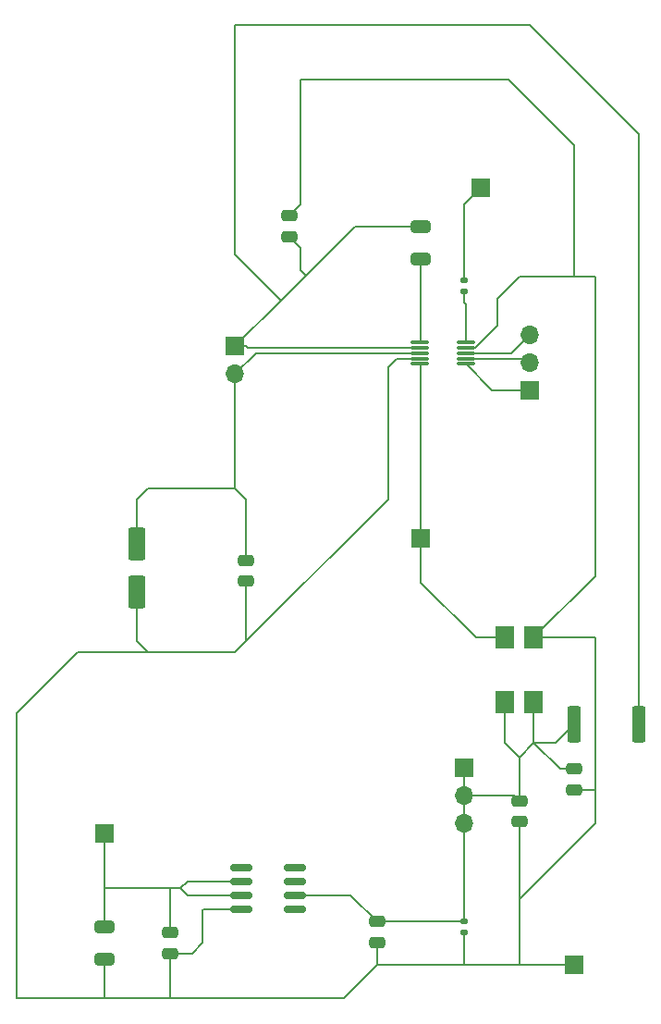
<source format=gbr>
%TF.GenerationSoftware,KiCad,Pcbnew,8.0.4*%
%TF.CreationDate,2024-08-01T00:21:54+02:00*%
%TF.ProjectId,new-signal-gen,6e65772d-7369-4676-9e61-6c2d67656e2e,rev?*%
%TF.SameCoordinates,Original*%
%TF.FileFunction,Copper,L1,Top*%
%TF.FilePolarity,Positive*%
%FSLAX46Y46*%
G04 Gerber Fmt 4.6, Leading zero omitted, Abs format (unit mm)*
G04 Created by KiCad (PCBNEW 8.0.4) date 2024-08-01 00:21:54*
%MOMM*%
%LPD*%
G01*
G04 APERTURE LIST*
G04 Aperture macros list*
%AMRoundRect*
0 Rectangle with rounded corners*
0 $1 Rounding radius*
0 $2 $3 $4 $5 $6 $7 $8 $9 X,Y pos of 4 corners*
0 Add a 4 corners polygon primitive as box body*
4,1,4,$2,$3,$4,$5,$6,$7,$8,$9,$2,$3,0*
0 Add four circle primitives for the rounded corners*
1,1,$1+$1,$2,$3*
1,1,$1+$1,$4,$5*
1,1,$1+$1,$6,$7*
1,1,$1+$1,$8,$9*
0 Add four rect primitives between the rounded corners*
20,1,$1+$1,$2,$3,$4,$5,0*
20,1,$1+$1,$4,$5,$6,$7,0*
20,1,$1+$1,$6,$7,$8,$9,0*
20,1,$1+$1,$8,$9,$2,$3,0*%
G04 Aperture macros list end*
%TA.AperFunction,ComponentPad*%
%ADD10R,1.700000X1.700000*%
%TD*%
%TA.AperFunction,ComponentPad*%
%ADD11O,1.700000X1.700000*%
%TD*%
%TA.AperFunction,SMDPad,CuDef*%
%ADD12RoundRect,0.250000X-0.550000X1.250000X-0.550000X-1.250000X0.550000X-1.250000X0.550000X1.250000X0*%
%TD*%
%TA.AperFunction,SMDPad,CuDef*%
%ADD13RoundRect,0.250000X-0.475000X0.250000X-0.475000X-0.250000X0.475000X-0.250000X0.475000X0.250000X0*%
%TD*%
%TA.AperFunction,SMDPad,CuDef*%
%ADD14RoundRect,0.135000X-0.185000X0.135000X-0.185000X-0.135000X0.185000X-0.135000X0.185000X0.135000X0*%
%TD*%
%TA.AperFunction,SMDPad,CuDef*%
%ADD15RoundRect,0.250000X0.475000X-0.250000X0.475000X0.250000X-0.475000X0.250000X-0.475000X-0.250000X0*%
%TD*%
%TA.AperFunction,SMDPad,CuDef*%
%ADD16RoundRect,0.250000X0.650000X-0.325000X0.650000X0.325000X-0.650000X0.325000X-0.650000X-0.325000X0*%
%TD*%
%TA.AperFunction,SMDPad,CuDef*%
%ADD17R,1.700000X2.100000*%
%TD*%
%TA.AperFunction,SMDPad,CuDef*%
%ADD18RoundRect,0.250000X0.362500X1.425000X-0.362500X1.425000X-0.362500X-1.425000X0.362500X-1.425000X0*%
%TD*%
%TA.AperFunction,SMDPad,CuDef*%
%ADD19RoundRect,0.150000X-0.825000X-0.150000X0.825000X-0.150000X0.825000X0.150000X-0.825000X0.150000X0*%
%TD*%
%TA.AperFunction,SMDPad,CuDef*%
%ADD20RoundRect,0.087500X-0.725000X-0.087500X0.725000X-0.087500X0.725000X0.087500X-0.725000X0.087500X0*%
%TD*%
%TA.AperFunction,SMDPad,CuDef*%
%ADD21RoundRect,0.140000X-0.170000X0.140000X-0.170000X-0.140000X0.170000X-0.140000X0.170000X0.140000X0*%
%TD*%
%TA.AperFunction,SMDPad,CuDef*%
%ADD22RoundRect,0.250000X-0.650000X0.325000X-0.650000X-0.325000X0.650000X-0.325000X0.650000X0.325000X0*%
%TD*%
%TA.AperFunction,Conductor*%
%ADD23C,0.200000*%
%TD*%
G04 APERTURE END LIST*
D10*
%TO.P,J5,1,Pin_1*%
%TO.N,Net-(J5-Pin_1)*%
X127000000Y-75387500D03*
D11*
%TO.P,J5,2,Pin_2*%
%TO.N,Net-(J5-Pin_2)*%
X127000000Y-77927500D03*
%TD*%
D12*
%TO.P,C11,1*%
%TO.N,Net-(J5-Pin_2)*%
X118000000Y-93487500D03*
%TO.P,C11,2*%
%TO.N,GND*%
X118000000Y-97887500D03*
%TD*%
D13*
%TO.P,C5,1*%
%TO.N,+3.3V*%
X153000000Y-117000000D03*
%TO.P,C5,2*%
%TO.N,GND*%
X153000000Y-118900000D03*
%TD*%
D14*
%TO.P,R1,1*%
%TO.N,Net-(J6-Pin_1)*%
X148000000Y-69367500D03*
%TO.P,R1,2*%
%TO.N,Net-(U1-VOUT)*%
X148000000Y-70387500D03*
%TD*%
D15*
%TO.P,C10,1*%
%TO.N,Net-(J5-Pin_1)*%
X132000000Y-65337500D03*
%TO.P,C10,2*%
%TO.N,GND*%
X132000000Y-63437500D03*
%TD*%
D16*
%TO.P,C9,1*%
%TO.N,Net-(U1-COMP)*%
X144000000Y-67362500D03*
%TO.P,C9,2*%
%TO.N,Net-(J5-Pin_1)*%
X144000000Y-64412500D03*
%TD*%
D17*
%TO.P,X1,1,Tri-State*%
%TO.N,+3.3V*%
X154350000Y-107950000D03*
%TO.P,X1,2,GND*%
%TO.N,GND*%
X154350000Y-102050000D03*
%TO.P,X1,3,OUT*%
%TO.N,Net-(J3-Pin_1)*%
X151650000Y-102050000D03*
%TO.P,X1,4,VDD*%
%TO.N,+3.3V*%
X151650000Y-107950000D03*
%TD*%
D18*
%TO.P,R2,1*%
%TO.N,Net-(J5-Pin_1)*%
X163925000Y-110000000D03*
%TO.P,R2,2*%
%TO.N,+3.3V*%
X158000000Y-110000000D03*
%TD*%
D10*
%TO.P,J4,1,Pin_1*%
%TO.N,GND*%
X158000000Y-132000000D03*
%TD*%
%TO.P,J6,1,Pin_1*%
%TO.N,Net-(J6-Pin_1)*%
X149500000Y-60887500D03*
%TD*%
D13*
%TO.P,C1,1*%
%TO.N,+5V*%
X121000000Y-129050000D03*
%TO.P,C1,2*%
%TO.N,GND*%
X121000000Y-130950000D03*
%TD*%
%TO.P,C3,1*%
%TO.N,+3.3V*%
X140000000Y-128050000D03*
%TO.P,C3,2*%
%TO.N,GND*%
X140000000Y-129950000D03*
%TD*%
D19*
%TO.P,U2,1,TP*%
%TO.N,unconnected-(U2-TP-Pad1)*%
X127525000Y-123095000D03*
%TO.P,U2,2,Vin*%
%TO.N,+5V*%
X127525000Y-124365000D03*
%TO.P,U2,3,~{Sleep}*%
X127525000Y-125635000D03*
%TO.P,U2,4,GND*%
%TO.N,GND*%
X127525000Y-126905000D03*
%TO.P,U2,5,TP*%
%TO.N,unconnected-(U2-TP-Pad5)*%
X132475000Y-126905000D03*
%TO.P,U2,6,Vout*%
%TO.N,+3.3V*%
X132475000Y-125635000D03*
%TO.P,U2,7,NC*%
%TO.N,unconnected-(U2-NC-Pad7)*%
X132475000Y-124365000D03*
%TO.P,U2,8,NC*%
%TO.N,unconnected-(U2-NC-Pad8)*%
X132475000Y-123095000D03*
%TD*%
D10*
%TO.P,J1,1,Pin_1*%
%TO.N,Net-(J1-Pin_1)*%
X154000000Y-79387500D03*
D11*
%TO.P,J1,2,Pin_2*%
%TO.N,Net-(J1-Pin_2)*%
X154000000Y-76847500D03*
%TO.P,J1,3,Pin_3*%
%TO.N,Net-(J1-Pin_3)*%
X154000000Y-74307500D03*
%TD*%
D20*
%TO.P,U1,1,COMP*%
%TO.N,Net-(U1-COMP)*%
X143887500Y-75000000D03*
%TO.P,U1,2,VDD*%
%TO.N,Net-(J5-Pin_1)*%
X143887500Y-75500000D03*
%TO.P,U1,3,CAP/2.5V*%
%TO.N,Net-(J5-Pin_2)*%
X143887500Y-76000000D03*
%TO.P,U1,4,DGND*%
%TO.N,GND*%
X143887500Y-76500000D03*
%TO.P,U1,5,MCLK*%
%TO.N,Net-(J3-Pin_1)*%
X143887500Y-77000000D03*
%TO.P,U1,6,SDATA*%
%TO.N,Net-(J1-Pin_1)*%
X148112500Y-77000000D03*
%TO.P,U1,7,SCLK*%
%TO.N,Net-(J1-Pin_2)*%
X148112500Y-76500000D03*
%TO.P,U1,8,~{FSYNC}*%
%TO.N,Net-(J1-Pin_3)*%
X148112500Y-76000000D03*
%TO.P,U1,9,AGND*%
%TO.N,GND*%
X148112500Y-75500000D03*
%TO.P,U1,10,VOUT*%
%TO.N,Net-(U1-VOUT)*%
X148112500Y-75000000D03*
%TD*%
D10*
%TO.P,J2,1,Pin_1*%
%TO.N,+3.3V*%
X148000000Y-114000000D03*
D11*
%TO.P,J2,2,Pin_2*%
X148000000Y-116540000D03*
%TO.P,J2,3,Pin_3*%
X148000000Y-119080000D03*
%TD*%
D21*
%TO.P,C4,1*%
%TO.N,+3.3V*%
X148000000Y-128040000D03*
%TO.P,C4,2*%
%TO.N,GND*%
X148000000Y-129000000D03*
%TD*%
D22*
%TO.P,C2,1*%
%TO.N,+5V*%
X115000000Y-128525000D03*
%TO.P,C2,2*%
%TO.N,GND*%
X115000000Y-131475000D03*
%TD*%
D13*
%TO.P,C6,1*%
%TO.N,+3.3V*%
X158000000Y-114050000D03*
%TO.P,C6,2*%
%TO.N,GND*%
X158000000Y-115950000D03*
%TD*%
D15*
%TO.P,C8,1*%
%TO.N,GND*%
X128000000Y-96887500D03*
%TO.P,C8,2*%
%TO.N,Net-(J5-Pin_2)*%
X128000000Y-94987500D03*
%TD*%
D10*
%TO.P,J3,1,Pin_1*%
%TO.N,Net-(J3-Pin_1)*%
X144000000Y-93000000D03*
%TD*%
%TO.P,J7,1,Pin_1*%
%TO.N,+5V*%
X115000000Y-120000000D03*
%TD*%
D23*
%TO.N,GND*%
X153000000Y-132000000D02*
X158000000Y-132000000D01*
X116920000Y-135080000D02*
X119460000Y-135080000D01*
X115000000Y-131475000D02*
X115000000Y-135080000D01*
X118000000Y-97887500D02*
X118000000Y-102387500D01*
X159950000Y-102050000D02*
X160000000Y-102000000D01*
X121000000Y-130950000D02*
X123050000Y-130950000D01*
X152000000Y-51000000D02*
X158000000Y-57000000D01*
X127000000Y-103387500D02*
X128000000Y-102387500D01*
X160000000Y-102000000D02*
X160000000Y-116000000D01*
X160000000Y-96400000D02*
X154350000Y-102050000D01*
X148975432Y-75500000D02*
X151000000Y-73475432D01*
X119460000Y-135080000D02*
X121000000Y-135080000D01*
X158000000Y-115950000D02*
X159950000Y-115950000D01*
X154350000Y-102050000D02*
X159950000Y-102050000D01*
X148112500Y-75500000D02*
X148975432Y-75500000D01*
X124000000Y-130000000D02*
X124000000Y-127000000D01*
X141000000Y-89387500D02*
X128000000Y-102387500D01*
X133000000Y-62437500D02*
X133000000Y-51000000D01*
X127525000Y-126905000D02*
X124095000Y-126905000D01*
X151000000Y-73475432D02*
X151000000Y-71000000D01*
X128000000Y-102387500D02*
X128000000Y-96887500D01*
X147000000Y-132000000D02*
X148000000Y-132000000D01*
X124000000Y-127000000D02*
X124095000Y-126905000D01*
X115000000Y-135080000D02*
X116920000Y-135080000D01*
X160000000Y-116000000D02*
X160000000Y-119000000D01*
X141000000Y-77262284D02*
X141000000Y-89387500D01*
X133000000Y-51000000D02*
X152000000Y-51000000D01*
X153000000Y-132000000D02*
X147000000Y-132000000D01*
X112612500Y-103387500D02*
X107000000Y-109000000D01*
X148000000Y-132000000D02*
X148000000Y-129000000D01*
X158000000Y-69000000D02*
X160000000Y-69000000D01*
X159950000Y-115950000D02*
X160000000Y-116000000D01*
X118000000Y-102387500D02*
X119000000Y-103387500D01*
X160000000Y-69000000D02*
X160000000Y-96400000D01*
X140000000Y-132000000D02*
X147000000Y-132000000D01*
X160000000Y-119000000D02*
X153000000Y-126000000D01*
X153000000Y-69000000D02*
X158000000Y-69000000D01*
X123000000Y-103387500D02*
X127000000Y-103387500D01*
X140000000Y-132000000D02*
X136920000Y-135080000D01*
X123000000Y-103387500D02*
X112612500Y-103387500D01*
X107000000Y-135000000D02*
X114920000Y-135000000D01*
X119000000Y-103387500D02*
X123000000Y-103387500D01*
X121000000Y-135000000D02*
X121000000Y-135080000D01*
X153000000Y-118900000D02*
X153000000Y-123000000D01*
X158000000Y-57000000D02*
X158000000Y-69000000D01*
X151000000Y-71000000D02*
X153000000Y-69000000D01*
X107000000Y-109000000D02*
X107000000Y-135000000D01*
X153000000Y-123000000D02*
X153000000Y-126000000D01*
X143887500Y-76500000D02*
X141762284Y-76500000D01*
X114920000Y-135000000D02*
X115000000Y-135080000D01*
X136920000Y-135080000D02*
X121000000Y-135080000D01*
X132000000Y-63437500D02*
X133000000Y-62437500D01*
X123050000Y-130950000D02*
X124000000Y-130000000D01*
X121000000Y-130950000D02*
X121000000Y-135000000D01*
X141762284Y-76500000D02*
X141000000Y-77262284D01*
X153000000Y-126000000D02*
X153000000Y-132000000D01*
X140000000Y-129950000D02*
X140000000Y-132000000D01*
%TO.N,+5V*%
X115000000Y-128525000D02*
X115000000Y-125000000D01*
X122635000Y-125635000D02*
X127525000Y-125635000D01*
X121000000Y-125000000D02*
X122000000Y-125000000D01*
X121000000Y-129050000D02*
X121000000Y-125000000D01*
X115000000Y-125000000D02*
X121000000Y-125000000D01*
X122635000Y-124365000D02*
X122000000Y-125000000D01*
X115000000Y-120000000D02*
X115000000Y-125000000D01*
X122000000Y-125000000D02*
X122635000Y-125635000D01*
X122635000Y-124365000D02*
X127525000Y-124365000D01*
%TO.N,+3.3V*%
X140000000Y-128050000D02*
X137585000Y-125635000D01*
X137585000Y-125635000D02*
X132475000Y-125635000D01*
X148000000Y-116540000D02*
X148000000Y-114000000D01*
X148000000Y-116540000D02*
X152540000Y-116540000D01*
X147990000Y-128050000D02*
X148000000Y-128040000D01*
X154350000Y-111650000D02*
X154350000Y-107950000D01*
X148000000Y-128040000D02*
X148000000Y-119080000D01*
X153000000Y-117000000D02*
X153000000Y-113000000D01*
X148000000Y-119080000D02*
X148000000Y-116540000D01*
X158000000Y-114050000D02*
X156750000Y-114050000D01*
X151650000Y-107950000D02*
X151650000Y-111650000D01*
X156750000Y-114050000D02*
X154350000Y-111650000D01*
X158000000Y-110000000D02*
X156350000Y-111650000D01*
X140010000Y-128040000D02*
X140000000Y-128050000D01*
X153000000Y-113000000D02*
X154350000Y-111650000D01*
X156350000Y-111650000D02*
X154350000Y-111650000D01*
X152540000Y-116540000D02*
X153000000Y-117000000D01*
X140000000Y-128050000D02*
X147990000Y-128050000D01*
X151650000Y-111650000D02*
X153000000Y-113000000D01*
%TO.N,Net-(J5-Pin_2)*%
X119000000Y-88387500D02*
X127000000Y-88387500D01*
X127000000Y-88387500D02*
X128000000Y-89387500D01*
X128927500Y-76000000D02*
X127000000Y-77927500D01*
X127000000Y-77927500D02*
X127000000Y-88387500D01*
X143887500Y-76000000D02*
X128927500Y-76000000D01*
X118000000Y-89387500D02*
X119000000Y-88387500D01*
X128000000Y-89387500D02*
X128000000Y-94987500D01*
X118000000Y-93487500D02*
X118000000Y-89387500D01*
%TO.N,Net-(U1-COMP)*%
X144000000Y-67362500D02*
X144000000Y-74887500D01*
X144000000Y-74887500D02*
X143887500Y-75000000D01*
%TO.N,Net-(J1-Pin_1)*%
X154000000Y-79387500D02*
X150500000Y-79387500D01*
X150500000Y-79387500D02*
X148112500Y-77000000D01*
%TO.N,Net-(J1-Pin_2)*%
X154000000Y-76847500D02*
X153652500Y-76500000D01*
X153652500Y-76500000D02*
X148112500Y-76500000D01*
%TO.N,Net-(J1-Pin_3)*%
X154000000Y-74307500D02*
X152307500Y-76000000D01*
X152307500Y-76000000D02*
X148112500Y-76000000D01*
%TO.N,Net-(J3-Pin_1)*%
X149050000Y-102050000D02*
X144000000Y-97000000D01*
X144000000Y-93000000D02*
X144000000Y-77112500D01*
X151650000Y-102050000D02*
X149050000Y-102050000D01*
X144000000Y-77112500D02*
X143887500Y-77000000D01*
X144000000Y-93000000D02*
X144000000Y-97000000D01*
%TO.N,Net-(J6-Pin_1)*%
X148000000Y-62387500D02*
X149500000Y-60887500D01*
X148000000Y-69367500D02*
X148000000Y-62387500D01*
%TO.N,Net-(U1-VOUT)*%
X148000000Y-70387500D02*
X148000000Y-71387500D01*
X148000000Y-71387500D02*
X148112500Y-71500000D01*
X148112500Y-71500000D02*
X148112500Y-75000000D01*
%TO.N,Net-(J5-Pin_1)*%
X133500000Y-68887500D02*
X131193750Y-71193750D01*
X127000000Y-67000000D02*
X131193750Y-71193750D01*
X133000000Y-68387500D02*
X133000000Y-66337500D01*
X163925000Y-110000000D02*
X163925000Y-55925000D01*
X128000000Y-75387500D02*
X128112500Y-75500000D01*
X144000000Y-64412500D02*
X137975000Y-64412500D01*
X128112500Y-75500000D02*
X143887500Y-75500000D01*
X163925000Y-55925000D02*
X154000000Y-46000000D01*
X131193750Y-71193750D02*
X127000000Y-75387500D01*
X127000000Y-46000000D02*
X127000000Y-67000000D01*
X133000000Y-66337500D02*
X132000000Y-65337500D01*
X154000000Y-46000000D02*
X127000000Y-46000000D01*
X137975000Y-64412500D02*
X133500000Y-68887500D01*
X127000000Y-75387500D02*
X128000000Y-75387500D01*
X133500000Y-68887500D02*
X133000000Y-68387500D01*
%TD*%
M02*

</source>
